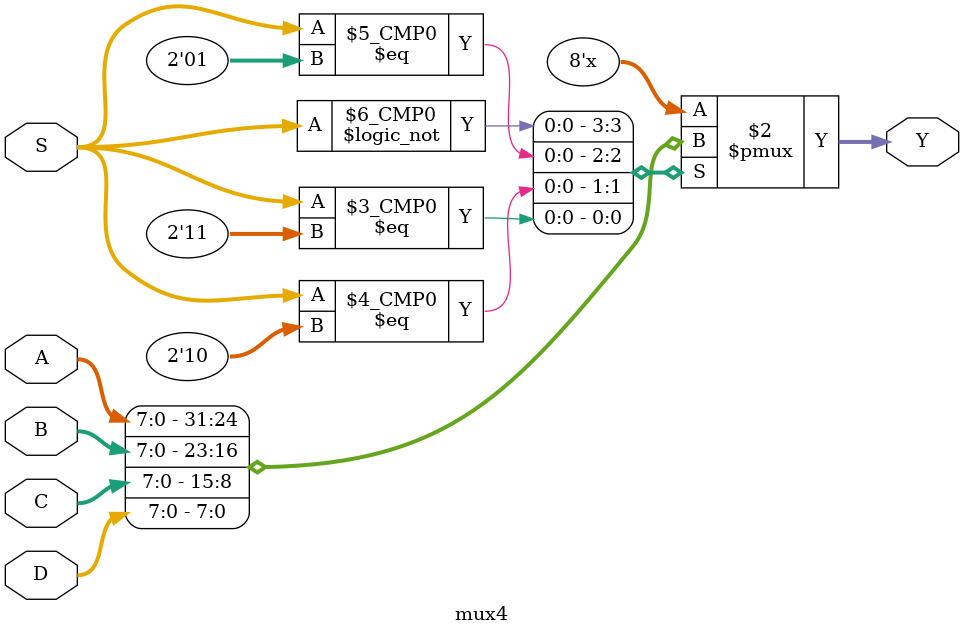
<source format=sv>
module mux4 #(parameter N=8) (input logic [N-1:0] A, B, C, D,
					input logic [1:0] S,
					output logic [N-1:0] Y);
					
always_comb
case (S)
	2'b00: Y<=A;
	2'b01: Y<=B;
	2'b10: Y<=C;
	2'b11: Y<=D;
	default: Y<=A;	
endcase
endmodule

</source>
